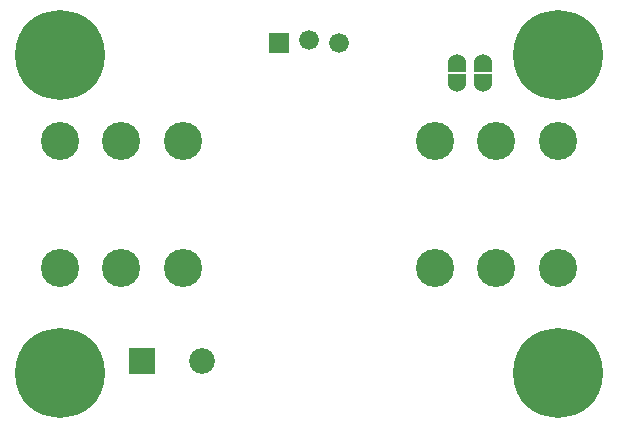
<source format=gbr>
G04 start of page 7 for group -4062 idx -4062 *
G04 Title: (unknown), soldermask *
G04 Creator: pcb 20140316 *
G04 CreationDate: Sun 30 Dec 2018 08:06:51 PM GMT UTC *
G04 For: railfan *
G04 Format: Gerber/RS-274X *
G04 PCB-Dimensions (mil): 2200.00 1600.00 *
G04 PCB-Coordinate-Origin: lower left *
%MOIN*%
%FSLAX25Y25*%
%LNBOTTOMMASK*%
%ADD73R,0.0300X0.0300*%
%ADD72C,0.0600*%
%ADD71C,0.0860*%
%ADD70C,0.1270*%
%ADD69C,0.2997*%
%ADD68C,0.0001*%
%ADD67C,0.0660*%
G54D67*X110000Y138000D03*
X120000Y137000D03*
G54D68*G36*
X96700Y140300D02*Y133700D01*
X103300D01*
Y140300D01*
X96700D01*
G37*
G54D69*X27000Y133000D03*
G54D70*X68000Y104350D03*
X47500D03*
X27000D03*
G54D69*Y27000D03*
G54D70*X68000Y61850D03*
X47500D03*
X27000D03*
G54D68*G36*
X50200Y35300D02*Y26700D01*
X58800D01*
Y35300D01*
X50200D01*
G37*
G54D71*X74500Y31000D03*
G54D69*X193000Y27000D03*
G54D70*Y61850D03*
X172500D03*
X152000D03*
G54D69*X193000Y133000D03*
G54D70*Y104350D03*
X172500D03*
X152000D03*
G54D72*X159500Y130400D03*
G54D73*X158000Y128900D02*X161000D01*
G54D72*X159500Y123600D03*
G54D73*X158000Y125100D02*X161000D01*
G54D72*X168000Y123600D03*
G54D73*X166500Y125100D02*X169500D01*
G54D72*X168000Y130400D03*
G54D73*X166500Y128900D02*X169500D01*
M02*

</source>
